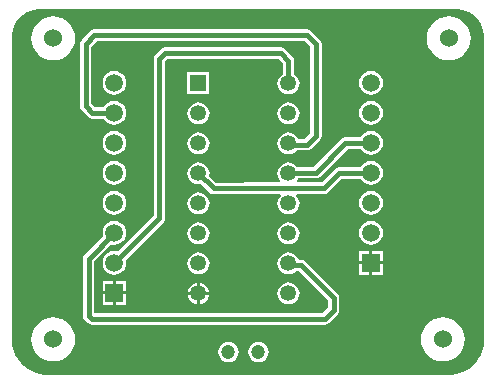
<source format=gbl>
G04*
G04 #@! TF.GenerationSoftware,Altium Limited,Altium Designer,20.1.8 (145)*
G04*
G04 Layer_Physical_Order=2*
G04 Layer_Color=16711680*
%FSAX24Y24*%
%MOIN*%
G70*
G04*
G04 #@! TF.SameCoordinates,0BEFB1DC-0AC7-4A44-9EEB-1B4F544614C5*
G04*
G04*
G04 #@! TF.FilePolarity,Positive*
G04*
G01*
G75*
%ADD20C,0.0180*%
%ADD21C,0.0531*%
%ADD22R,0.0531X0.0531*%
%ADD23C,0.0600*%
%ADD24C,0.0591*%
%ADD25R,0.0591X0.0591*%
%ADD26C,0.0472*%
G36*
X038673Y031065D02*
X038852Y030990D01*
X039013Y030883D01*
X039150Y030746D01*
X039258Y030584D01*
X039332Y030405D01*
X039370Y030215D01*
X039370Y030118D01*
X039370Y030118D01*
X039370Y030118D01*
X039370Y020079D01*
X039370Y020001D01*
X039350Y019848D01*
X039310Y019698D01*
X039251Y019555D01*
X039173Y019421D01*
X039079Y019298D01*
X038969Y019189D01*
X038847Y019095D01*
X038712Y019017D01*
X038569Y018958D01*
X038420Y018918D01*
X038266Y018898D01*
X038189Y018898D01*
X024803Y018898D01*
X024726D01*
X024572Y018918D01*
X024423Y018958D01*
X024280Y019017D01*
X024146Y019095D01*
X024023Y019189D01*
X023913Y019298D01*
X023819Y019421D01*
X023742Y019555D01*
X023682Y019698D01*
X023642Y019848D01*
X023622Y020001D01*
Y020079D01*
X023622Y030118D01*
Y030215D01*
X023660Y030405D01*
X023734Y030584D01*
X023842Y030746D01*
X023979Y030883D01*
X024140Y030990D01*
X024319Y031065D01*
X024509Y031102D01*
X024606Y031102D01*
X024606Y031102D01*
X038386Y031102D01*
X038483Y031102D01*
X038673Y031065D01*
D02*
G37*
%LPC*%
G36*
X038189Y030852D02*
X038046Y030837D01*
X037908Y030796D01*
X037781Y030728D01*
X037670Y030637D01*
X037579Y030526D01*
X037511Y030399D01*
X037470Y030261D01*
X037456Y030118D01*
X037470Y029975D01*
X037511Y029837D01*
X037579Y029711D01*
X037670Y029599D01*
X037781Y029508D01*
X037908Y029440D01*
X038046Y029399D01*
X038189Y029385D01*
X038332Y029399D01*
X038470Y029440D01*
X038596Y029508D01*
X038708Y029599D01*
X038799Y029711D01*
X038867Y029837D01*
X038908Y029975D01*
X038922Y030118D01*
X038908Y030261D01*
X038867Y030399D01*
X038799Y030526D01*
X038708Y030637D01*
X038596Y030728D01*
X038470Y030796D01*
X038332Y030837D01*
X038189Y030852D01*
D02*
G37*
G36*
X025000D02*
X024857Y030837D01*
X024719Y030796D01*
X024593Y030728D01*
X024481Y030637D01*
X024390Y030526D01*
X024322Y030399D01*
X024281Y030261D01*
X024267Y030118D01*
X024281Y029975D01*
X024322Y029837D01*
X024390Y029711D01*
X024481Y029599D01*
X024593Y029508D01*
X024719Y029440D01*
X024857Y029399D01*
X025000Y029385D01*
X025143Y029399D01*
X025281Y029440D01*
X025407Y029508D01*
X025519Y029599D01*
X025610Y029711D01*
X025678Y029837D01*
X025719Y029975D01*
X025733Y030118D01*
X025719Y030261D01*
X025678Y030399D01*
X025610Y030526D01*
X025519Y030637D01*
X025407Y030728D01*
X025281Y030796D01*
X025143Y030837D01*
X025000Y030852D01*
D02*
G37*
G36*
X030209Y028978D02*
X029478D01*
Y028247D01*
X030209D01*
Y028978D01*
D02*
G37*
G36*
X032579Y029820D02*
X028740D01*
X028666Y029805D01*
X028603Y029763D01*
X028406Y029566D01*
X028364Y029503D01*
X028350Y029429D01*
Y024209D01*
X027153Y023012D01*
X027147Y023014D01*
X027044Y023028D01*
X026941Y023014D01*
X026844Y022974D01*
X026762Y022911D01*
X026698Y022828D01*
X026659Y022732D01*
X026645Y022629D01*
X026659Y022526D01*
X026698Y022430D01*
X026762Y022347D01*
X026844Y022284D01*
X026941Y022244D01*
X027044Y022230D01*
X027147Y022244D01*
X027243Y022284D01*
X027326Y022347D01*
X027389Y022430D01*
X027429Y022526D01*
X027442Y022629D01*
X027429Y022732D01*
X027426Y022738D01*
X028680Y023992D01*
X028722Y024054D01*
X028737Y024129D01*
Y029349D01*
X028820Y029432D01*
X032499D01*
X032650Y029281D01*
Y028925D01*
X032583Y028873D01*
X032524Y028797D01*
X032487Y028708D01*
X032475Y028613D01*
X032487Y028517D01*
X032524Y028428D01*
X032583Y028352D01*
X032659Y028293D01*
X032748Y028256D01*
X032844Y028244D01*
X032939Y028256D01*
X033028Y028293D01*
X033105Y028352D01*
X033163Y028428D01*
X033200Y028517D01*
X033213Y028613D01*
X033200Y028708D01*
X033163Y028797D01*
X033105Y028873D01*
X033037Y028925D01*
Y029361D01*
X033023Y029435D01*
X032981Y029498D01*
X032716Y029763D01*
X032653Y029805D01*
X032579Y029820D01*
D02*
G37*
G36*
X035594Y029028D02*
X035491Y029014D01*
X035394Y028974D01*
X035312Y028911D01*
X035248Y028828D01*
X035209Y028732D01*
X035195Y028629D01*
X035209Y028526D01*
X035248Y028430D01*
X035312Y028347D01*
X035394Y028284D01*
X035491Y028244D01*
X035594Y028230D01*
X035697Y028244D01*
X035793Y028284D01*
X035876Y028347D01*
X035939Y028430D01*
X035979Y028526D01*
X035992Y028629D01*
X035979Y028732D01*
X035939Y028828D01*
X035876Y028911D01*
X035793Y028974D01*
X035697Y029014D01*
X035594Y029028D01*
D02*
G37*
G36*
X027044D02*
X026941Y029014D01*
X026844Y028974D01*
X026762Y028911D01*
X026698Y028828D01*
X026659Y028732D01*
X026645Y028629D01*
X026659Y028526D01*
X026698Y028430D01*
X026762Y028347D01*
X026844Y028284D01*
X026941Y028244D01*
X027044Y028230D01*
X027147Y028244D01*
X027243Y028284D01*
X027326Y028347D01*
X027389Y028430D01*
X027429Y028526D01*
X027442Y028629D01*
X027429Y028732D01*
X027389Y028828D01*
X027326Y028911D01*
X027243Y028974D01*
X027147Y029014D01*
X027044Y029028D01*
D02*
G37*
G36*
X032844Y027982D02*
X032748Y027969D01*
X032659Y027932D01*
X032583Y027873D01*
X032524Y027797D01*
X032487Y027708D01*
X032475Y027613D01*
X032487Y027517D01*
X032524Y027428D01*
X032583Y027352D01*
X032659Y027293D01*
X032748Y027256D01*
X032844Y027244D01*
X032939Y027256D01*
X033028Y027293D01*
X033105Y027352D01*
X033163Y027428D01*
X033200Y027517D01*
X033213Y027613D01*
X033200Y027708D01*
X033163Y027797D01*
X033105Y027873D01*
X033028Y027932D01*
X032939Y027969D01*
X032844Y027982D01*
D02*
G37*
G36*
X029844D02*
X029748Y027969D01*
X029659Y027932D01*
X029583Y027873D01*
X029524Y027797D01*
X029487Y027708D01*
X029475Y027613D01*
X029487Y027517D01*
X029524Y027428D01*
X029583Y027352D01*
X029659Y027293D01*
X029748Y027256D01*
X029844Y027244D01*
X029939Y027256D01*
X030028Y027293D01*
X030105Y027352D01*
X030163Y027428D01*
X030200Y027517D01*
X030213Y027613D01*
X030200Y027708D01*
X030163Y027797D01*
X030105Y027873D01*
X030028Y027932D01*
X029939Y027969D01*
X029844Y027982D01*
D02*
G37*
G36*
X035594Y028028D02*
X035491Y028014D01*
X035394Y027974D01*
X035312Y027911D01*
X035248Y027828D01*
X035209Y027732D01*
X035195Y027629D01*
X035209Y027526D01*
X035248Y027430D01*
X035312Y027347D01*
X035394Y027284D01*
X035491Y027244D01*
X035594Y027230D01*
X035697Y027244D01*
X035793Y027284D01*
X035876Y027347D01*
X035939Y027430D01*
X035979Y027526D01*
X035992Y027629D01*
X035979Y027732D01*
X035939Y027828D01*
X035876Y027911D01*
X035793Y027974D01*
X035697Y028014D01*
X035594Y028028D01*
D02*
G37*
G36*
X033465Y030410D02*
X026378D01*
X026304Y030396D01*
X026241Y030354D01*
X025946Y030058D01*
X025904Y029995D01*
X025889Y029921D01*
Y027854D01*
X025904Y027780D01*
X025946Y027717D01*
X026171Y027492D01*
X026234Y027450D01*
X026308Y027435D01*
X026696D01*
X026698Y027430D01*
X026762Y027347D01*
X026844Y027284D01*
X026941Y027244D01*
X027044Y027230D01*
X027147Y027244D01*
X027243Y027284D01*
X027326Y027347D01*
X027389Y027430D01*
X027429Y027526D01*
X027442Y027629D01*
X027429Y027732D01*
X027389Y027828D01*
X027326Y027911D01*
X027243Y027974D01*
X027147Y028014D01*
X027044Y028028D01*
X026941Y028014D01*
X026844Y027974D01*
X026762Y027911D01*
X026698Y027828D01*
X026696Y027823D01*
X026388D01*
X026276Y027935D01*
Y029841D01*
X026458Y030023D01*
X033384D01*
X033566Y029841D01*
Y026950D01*
X033384Y026769D01*
X033175D01*
X033163Y026797D01*
X033105Y026873D01*
X033028Y026932D01*
X032939Y026969D01*
X032844Y026981D01*
X032748Y026969D01*
X032659Y026932D01*
X032583Y026873D01*
X032524Y026797D01*
X032487Y026708D01*
X032475Y026613D01*
X032487Y026517D01*
X032524Y026428D01*
X032583Y026352D01*
X032659Y026293D01*
X032748Y026256D01*
X032844Y026244D01*
X032939Y026256D01*
X033028Y026293D01*
X033105Y026352D01*
X033127Y026381D01*
X033465D01*
X033539Y026396D01*
X033602Y026438D01*
X033897Y026733D01*
X033939Y026796D01*
X033954Y026870D01*
Y029921D01*
X033939Y029995D01*
X033897Y030058D01*
X033602Y030354D01*
X033539Y030396D01*
X033465Y030410D01*
D02*
G37*
G36*
X029844Y026981D02*
X029748Y026969D01*
X029659Y026932D01*
X029583Y026873D01*
X029524Y026797D01*
X029487Y026708D01*
X029475Y026613D01*
X029487Y026517D01*
X029524Y026428D01*
X029583Y026352D01*
X029659Y026293D01*
X029748Y026256D01*
X029844Y026244D01*
X029939Y026256D01*
X030028Y026293D01*
X030105Y026352D01*
X030163Y026428D01*
X030200Y026517D01*
X030213Y026613D01*
X030200Y026708D01*
X030163Y026797D01*
X030105Y026873D01*
X030028Y026932D01*
X029939Y026969D01*
X029844Y026981D01*
D02*
G37*
G36*
X035594Y027028D02*
X035491Y027014D01*
X035394Y026974D01*
X035312Y026911D01*
X035248Y026828D01*
X035246Y026823D01*
X034739D01*
X034665Y026808D01*
X034602Y026766D01*
X033670Y025834D01*
X033135D01*
X033105Y025873D01*
X033028Y025932D01*
X032939Y025969D01*
X032844Y025982D01*
X032748Y025969D01*
X032659Y025932D01*
X032583Y025873D01*
X032524Y025797D01*
X032487Y025708D01*
X032475Y025613D01*
X032487Y025517D01*
X032524Y025428D01*
X032574Y025364D01*
X032556Y025314D01*
X031390D01*
X031340Y025304D01*
X030427D01*
X030202Y025529D01*
X030213Y025613D01*
X030200Y025708D01*
X030163Y025797D01*
X030105Y025873D01*
X030028Y025932D01*
X029939Y025969D01*
X029844Y025982D01*
X029748Y025969D01*
X029659Y025932D01*
X029583Y025873D01*
X029524Y025797D01*
X029487Y025708D01*
X029475Y025613D01*
X029487Y025517D01*
X029524Y025428D01*
X029583Y025352D01*
X029659Y025293D01*
X029748Y025256D01*
X029844Y025244D01*
X029928Y025255D01*
X030209Y024973D01*
X030272Y024931D01*
X030346Y024916D01*
X031380D01*
X031430Y024926D01*
X032574D01*
X032590Y024879D01*
X032583Y024873D01*
X032524Y024797D01*
X032487Y024708D01*
X032475Y024613D01*
X032487Y024517D01*
X032524Y024428D01*
X032583Y024352D01*
X032659Y024293D01*
X032748Y024256D01*
X032844Y024244D01*
X032939Y024256D01*
X033028Y024293D01*
X033105Y024352D01*
X033163Y024428D01*
X033200Y024517D01*
X033213Y024613D01*
X033200Y024708D01*
X033163Y024797D01*
X033105Y024873D01*
X033097Y024879D01*
X033113Y024926D01*
X034030D01*
X034104Y024941D01*
X034167Y024983D01*
X034619Y025435D01*
X035246D01*
X035248Y025430D01*
X035312Y025347D01*
X035394Y025284D01*
X035491Y025244D01*
X035594Y025230D01*
X035697Y025244D01*
X035793Y025284D01*
X035876Y025347D01*
X035939Y025430D01*
X035979Y025526D01*
X035992Y025629D01*
X035979Y025732D01*
X035939Y025828D01*
X035876Y025911D01*
X035793Y025974D01*
X035697Y026014D01*
X035594Y026028D01*
X035491Y026014D01*
X035394Y025974D01*
X035312Y025911D01*
X035248Y025828D01*
X035246Y025823D01*
X034539D01*
X034465Y025808D01*
X034402Y025766D01*
X033950Y025314D01*
X033131D01*
X033114Y025364D01*
X033163Y025428D01*
X033171Y025446D01*
X033750D01*
X033824Y025461D01*
X033887Y025503D01*
X034819Y026435D01*
X035246D01*
X035248Y026430D01*
X035312Y026347D01*
X035394Y026284D01*
X035491Y026244D01*
X035594Y026230D01*
X035697Y026244D01*
X035793Y026284D01*
X035876Y026347D01*
X035939Y026430D01*
X035979Y026526D01*
X035992Y026629D01*
X035979Y026732D01*
X035939Y026828D01*
X035876Y026911D01*
X035793Y026974D01*
X035697Y027014D01*
X035594Y027028D01*
D02*
G37*
G36*
X027044D02*
X026941Y027014D01*
X026844Y026974D01*
X026762Y026911D01*
X026698Y026828D01*
X026659Y026732D01*
X026645Y026629D01*
X026659Y026526D01*
X026698Y026430D01*
X026762Y026347D01*
X026844Y026284D01*
X026941Y026244D01*
X027044Y026230D01*
X027147Y026244D01*
X027243Y026284D01*
X027326Y026347D01*
X027389Y026430D01*
X027429Y026526D01*
X027442Y026629D01*
X027429Y026732D01*
X027389Y026828D01*
X027326Y026911D01*
X027243Y026974D01*
X027147Y027014D01*
X027044Y027028D01*
D02*
G37*
G36*
Y026028D02*
X026941Y026014D01*
X026844Y025974D01*
X026762Y025911D01*
X026698Y025828D01*
X026659Y025732D01*
X026645Y025629D01*
X026659Y025526D01*
X026698Y025430D01*
X026762Y025347D01*
X026844Y025284D01*
X026941Y025244D01*
X027044Y025230D01*
X027147Y025244D01*
X027243Y025284D01*
X027326Y025347D01*
X027389Y025430D01*
X027429Y025526D01*
X027442Y025629D01*
X027429Y025732D01*
X027389Y025828D01*
X027326Y025911D01*
X027243Y025974D01*
X027147Y026014D01*
X027044Y026028D01*
D02*
G37*
G36*
X029844Y024982D02*
X029748Y024969D01*
X029659Y024932D01*
X029583Y024873D01*
X029524Y024797D01*
X029487Y024708D01*
X029475Y024613D01*
X029487Y024517D01*
X029524Y024428D01*
X029583Y024352D01*
X029659Y024293D01*
X029748Y024256D01*
X029844Y024244D01*
X029939Y024256D01*
X030028Y024293D01*
X030105Y024352D01*
X030163Y024428D01*
X030200Y024517D01*
X030213Y024613D01*
X030200Y024708D01*
X030163Y024797D01*
X030105Y024873D01*
X030028Y024932D01*
X029939Y024969D01*
X029844Y024982D01*
D02*
G37*
G36*
X035594Y025028D02*
X035491Y025014D01*
X035394Y024974D01*
X035312Y024911D01*
X035248Y024828D01*
X035209Y024732D01*
X035195Y024629D01*
X035209Y024526D01*
X035248Y024430D01*
X035312Y024347D01*
X035394Y024284D01*
X035491Y024244D01*
X035594Y024230D01*
X035697Y024244D01*
X035793Y024284D01*
X035876Y024347D01*
X035939Y024430D01*
X035979Y024526D01*
X035992Y024629D01*
X035979Y024732D01*
X035939Y024828D01*
X035876Y024911D01*
X035793Y024974D01*
X035697Y025014D01*
X035594Y025028D01*
D02*
G37*
G36*
X027044D02*
X026941Y025014D01*
X026844Y024974D01*
X026762Y024911D01*
X026698Y024828D01*
X026659Y024732D01*
X026645Y024629D01*
X026659Y024526D01*
X026698Y024430D01*
X026762Y024347D01*
X026844Y024284D01*
X026941Y024244D01*
X027044Y024230D01*
X027147Y024244D01*
X027243Y024284D01*
X027326Y024347D01*
X027389Y024430D01*
X027429Y024526D01*
X027442Y024629D01*
X027429Y024732D01*
X027389Y024828D01*
X027326Y024911D01*
X027243Y024974D01*
X027147Y025014D01*
X027044Y025028D01*
D02*
G37*
G36*
X032844Y023981D02*
X032748Y023969D01*
X032659Y023932D01*
X032583Y023873D01*
X032524Y023797D01*
X032487Y023708D01*
X032475Y023613D01*
X032487Y023517D01*
X032524Y023428D01*
X032583Y023352D01*
X032659Y023293D01*
X032748Y023256D01*
X032844Y023244D01*
X032939Y023256D01*
X033028Y023293D01*
X033105Y023352D01*
X033163Y023428D01*
X033200Y023517D01*
X033213Y023613D01*
X033200Y023708D01*
X033163Y023797D01*
X033105Y023873D01*
X033028Y023932D01*
X032939Y023969D01*
X032844Y023981D01*
D02*
G37*
G36*
X029844D02*
X029748Y023969D01*
X029659Y023932D01*
X029583Y023873D01*
X029524Y023797D01*
X029487Y023708D01*
X029475Y023613D01*
X029487Y023517D01*
X029524Y023428D01*
X029583Y023352D01*
X029659Y023293D01*
X029748Y023256D01*
X029844Y023244D01*
X029939Y023256D01*
X030028Y023293D01*
X030105Y023352D01*
X030163Y023428D01*
X030200Y023517D01*
X030213Y023613D01*
X030200Y023708D01*
X030163Y023797D01*
X030105Y023873D01*
X030028Y023932D01*
X029939Y023969D01*
X029844Y023981D01*
D02*
G37*
G36*
X035594Y024028D02*
X035491Y024014D01*
X035394Y023974D01*
X035312Y023911D01*
X035248Y023828D01*
X035209Y023732D01*
X035195Y023629D01*
X035209Y023526D01*
X035248Y023430D01*
X035312Y023347D01*
X035394Y023284D01*
X035491Y023244D01*
X035594Y023230D01*
X035697Y023244D01*
X035793Y023284D01*
X035876Y023347D01*
X035939Y023430D01*
X035979Y023526D01*
X035992Y023629D01*
X035979Y023732D01*
X035939Y023828D01*
X035876Y023911D01*
X035793Y023974D01*
X035697Y024014D01*
X035594Y024028D01*
D02*
G37*
G36*
X027044D02*
X026941Y024014D01*
X026844Y023974D01*
X026762Y023911D01*
X026698Y023828D01*
X026659Y023732D01*
X026645Y023629D01*
X026659Y023526D01*
X026661Y023520D01*
X026044Y022903D01*
X026002Y022840D01*
X025987Y022766D01*
Y020873D01*
X026002Y020799D01*
X026044Y020736D01*
X026150Y020631D01*
X026212Y020589D01*
X026287Y020574D01*
X034055D01*
X034129Y020589D01*
X034192Y020631D01*
X034487Y020926D01*
X034529Y020989D01*
X034544Y021063D01*
Y021457D01*
X034529Y021531D01*
X034487Y021594D01*
X033399Y022682D01*
X033336Y022724D01*
X033262Y022739D01*
X033187D01*
X033163Y022797D01*
X033105Y022873D01*
X033028Y022932D01*
X032939Y022969D01*
X032844Y022982D01*
X032748Y022969D01*
X032659Y022932D01*
X032583Y022873D01*
X032524Y022797D01*
X032487Y022708D01*
X032475Y022613D01*
X032487Y022517D01*
X032524Y022428D01*
X032583Y022352D01*
X032659Y022293D01*
X032748Y022256D01*
X032844Y022244D01*
X032939Y022256D01*
X033028Y022293D01*
X033104Y022352D01*
X033182D01*
X034157Y021376D01*
Y021143D01*
X033975Y020961D01*
X026375D01*
Y022686D01*
X026935Y023246D01*
X026941Y023244D01*
X027044Y023230D01*
X027147Y023244D01*
X027243Y023284D01*
X027326Y023347D01*
X027389Y023430D01*
X027429Y023526D01*
X027442Y023629D01*
X027429Y023732D01*
X027389Y023828D01*
X027326Y023911D01*
X027243Y023974D01*
X027147Y024014D01*
X027044Y024028D01*
D02*
G37*
G36*
X035989Y023024D02*
X035644D01*
Y022679D01*
X035989D01*
Y023024D01*
D02*
G37*
G36*
X035544D02*
X035198D01*
Y022679D01*
X035544D01*
Y023024D01*
D02*
G37*
G36*
X029844Y022982D02*
X029748Y022969D01*
X029659Y022932D01*
X029583Y022873D01*
X029524Y022797D01*
X029487Y022708D01*
X029475Y022613D01*
X029487Y022517D01*
X029524Y022428D01*
X029583Y022352D01*
X029659Y022293D01*
X029748Y022256D01*
X029844Y022244D01*
X029939Y022256D01*
X030028Y022293D01*
X030105Y022352D01*
X030163Y022428D01*
X030200Y022517D01*
X030213Y022613D01*
X030200Y022708D01*
X030163Y022797D01*
X030105Y022873D01*
X030028Y022932D01*
X029939Y022969D01*
X029844Y022982D01*
D02*
G37*
G36*
X035989Y022579D02*
X035644D01*
Y022234D01*
X035989D01*
Y022579D01*
D02*
G37*
G36*
X035544D02*
X035198D01*
Y022234D01*
X035544D01*
Y022579D01*
D02*
G37*
G36*
X027439Y022024D02*
X027094D01*
Y021679D01*
X027439D01*
Y022024D01*
D02*
G37*
G36*
X026994D02*
X026648D01*
Y021679D01*
X026994D01*
Y022024D01*
D02*
G37*
G36*
X029894Y021975D02*
Y021663D01*
X030206D01*
X030200Y021708D01*
X030163Y021797D01*
X030105Y021873D01*
X030028Y021932D01*
X029939Y021969D01*
X029894Y021975D01*
D02*
G37*
G36*
X029794D02*
X029748Y021969D01*
X029659Y021932D01*
X029583Y021873D01*
X029524Y021797D01*
X029487Y021708D01*
X029481Y021663D01*
X029794D01*
Y021975D01*
D02*
G37*
G36*
X030206Y021563D02*
X029894D01*
Y021250D01*
X029939Y021256D01*
X030028Y021293D01*
X030105Y021352D01*
X030163Y021428D01*
X030200Y021517D01*
X030206Y021563D01*
D02*
G37*
G36*
X029794D02*
X029481D01*
X029487Y021517D01*
X029524Y021428D01*
X029583Y021352D01*
X029659Y021293D01*
X029748Y021256D01*
X029794Y021250D01*
Y021563D01*
D02*
G37*
G36*
X032844Y021981D02*
X032748Y021969D01*
X032659Y021932D01*
X032583Y021873D01*
X032524Y021797D01*
X032487Y021708D01*
X032475Y021613D01*
X032487Y021517D01*
X032524Y021428D01*
X032583Y021352D01*
X032659Y021293D01*
X032748Y021256D01*
X032844Y021244D01*
X032939Y021256D01*
X033028Y021293D01*
X033105Y021352D01*
X033163Y021428D01*
X033200Y021517D01*
X033213Y021613D01*
X033200Y021708D01*
X033163Y021797D01*
X033105Y021873D01*
X033028Y021932D01*
X032939Y021969D01*
X032844Y021981D01*
D02*
G37*
G36*
X027439Y021579D02*
X027094D01*
Y021234D01*
X027439D01*
Y021579D01*
D02*
G37*
G36*
X026994D02*
X026648D01*
Y021234D01*
X026994D01*
Y021579D01*
D02*
G37*
G36*
X037992Y020812D02*
X037849Y020798D01*
X037711Y020756D01*
X037585Y020689D01*
X037473Y020597D01*
X037382Y020486D01*
X037315Y020359D01*
X037273Y020222D01*
X037259Y020079D01*
X037273Y019936D01*
X037315Y019798D01*
X037382Y019671D01*
X037473Y019560D01*
X037585Y019469D01*
X037711Y019401D01*
X037849Y019359D01*
X037992Y019345D01*
X038135Y019359D01*
X038273Y019401D01*
X038400Y019469D01*
X038511Y019560D01*
X038602Y019671D01*
X038670Y019798D01*
X038711Y019936D01*
X038726Y020079D01*
X038711Y020222D01*
X038670Y020359D01*
X038602Y020486D01*
X038511Y020597D01*
X038400Y020689D01*
X038273Y020756D01*
X038135Y020798D01*
X037992Y020812D01*
D02*
G37*
G36*
X025000D02*
X024857Y020798D01*
X024719Y020756D01*
X024593Y020689D01*
X024481Y020597D01*
X024390Y020486D01*
X024322Y020359D01*
X024281Y020222D01*
X024267Y020079D01*
X024281Y019936D01*
X024322Y019798D01*
X024390Y019671D01*
X024481Y019560D01*
X024593Y019469D01*
X024719Y019401D01*
X024857Y019359D01*
X025000Y019345D01*
X025143Y019359D01*
X025281Y019401D01*
X025407Y019469D01*
X025519Y019560D01*
X025610Y019671D01*
X025678Y019798D01*
X025719Y019936D01*
X025733Y020079D01*
X025719Y020222D01*
X025678Y020359D01*
X025610Y020486D01*
X025519Y020597D01*
X025407Y020689D01*
X025281Y020756D01*
X025143Y020798D01*
X025000Y020812D01*
D02*
G37*
G36*
X031844Y019995D02*
X031756Y019984D01*
X031674Y019950D01*
X031604Y019896D01*
X031550Y019826D01*
X031516Y019744D01*
X031505Y019656D01*
X031516Y019569D01*
X031550Y019487D01*
X031604Y019417D01*
X031674Y019363D01*
X031756Y019329D01*
X031844Y019317D01*
X031931Y019329D01*
X032013Y019363D01*
X032083Y019417D01*
X032137Y019487D01*
X032171Y019569D01*
X032183Y019656D01*
X032171Y019744D01*
X032137Y019826D01*
X032083Y019896D01*
X032013Y019950D01*
X031931Y019984D01*
X031844Y019995D01*
D02*
G37*
G36*
X030844D02*
X030756Y019984D01*
X030674Y019950D01*
X030604Y019896D01*
X030550Y019826D01*
X030516Y019744D01*
X030505Y019656D01*
X030516Y019569D01*
X030550Y019487D01*
X030604Y019417D01*
X030674Y019363D01*
X030756Y019329D01*
X030844Y019317D01*
X030931Y019329D01*
X031013Y019363D01*
X031084Y019417D01*
X031137Y019487D01*
X031171Y019569D01*
X031183Y019656D01*
X031171Y019744D01*
X031137Y019826D01*
X031084Y019896D01*
X031013Y019950D01*
X030931Y019984D01*
X030844Y019995D01*
D02*
G37*
%LPD*%
D20*
X029844Y025613D02*
X030346Y025110D01*
X031380D01*
X031390Y025120D02*
X034030D01*
X031380Y025110D02*
X031390Y025120D01*
X034539Y025629D02*
X035594D01*
X034030Y025120D02*
X034539Y025629D01*
X034739Y026629D02*
X035594D01*
X033750Y025640D02*
X034739Y026629D01*
X032871Y025640D02*
X033750D01*
X032844Y025613D02*
X032871Y025640D01*
X028543Y029429D02*
X028740Y029626D01*
X027044Y022629D02*
X028543Y024129D01*
X028740Y029626D02*
X032579D01*
X028543Y024129D02*
Y029429D01*
X032882Y026575D02*
X033465D01*
X033760Y026870D01*
X032844Y026613D02*
X032882Y026575D01*
X033760Y026870D02*
Y029921D01*
X032844Y023613D02*
X032911Y023680D01*
X033465Y030217D02*
X033760Y029921D01*
X026083Y029921D02*
X026378Y030217D01*
X033465D01*
X026083Y027854D02*
Y029921D01*
X026308Y027629D02*
X027044D01*
X026083Y027854D02*
X026308Y027629D01*
X032844Y022613D02*
X032911Y022545D01*
X033262D01*
X034350Y021457D01*
Y021063D02*
Y021457D01*
X034055Y020768D02*
X034350Y021063D01*
X026287Y020768D02*
X034055D01*
X026181Y020873D02*
Y022766D01*
Y020873D02*
X026287Y020768D01*
X026181Y022766D02*
X027044Y023629D01*
X032844Y028613D02*
Y029361D01*
X032579Y029626D02*
X032844Y029361D01*
D21*
Y028613D02*
D03*
Y027613D02*
D03*
Y026613D02*
D03*
Y025613D02*
D03*
Y024613D02*
D03*
Y023613D02*
D03*
Y022613D02*
D03*
Y021613D02*
D03*
X029844D02*
D03*
Y022613D02*
D03*
Y023613D02*
D03*
Y024613D02*
D03*
Y025613D02*
D03*
Y026613D02*
D03*
Y027613D02*
D03*
D22*
Y028613D02*
D03*
D23*
X025000Y020079D02*
D03*
X037992D02*
D03*
X038189Y030118D02*
D03*
X025000D02*
D03*
D24*
X035594Y024629D02*
D03*
Y023629D02*
D03*
Y025629D02*
D03*
Y026629D02*
D03*
Y027629D02*
D03*
Y028629D02*
D03*
X027044D02*
D03*
Y027629D02*
D03*
Y026629D02*
D03*
Y025629D02*
D03*
Y024629D02*
D03*
Y023629D02*
D03*
Y022629D02*
D03*
D25*
X035594D02*
D03*
X027044Y021629D02*
D03*
D26*
X031844Y019656D02*
D03*
X030844D02*
D03*
M02*

</source>
